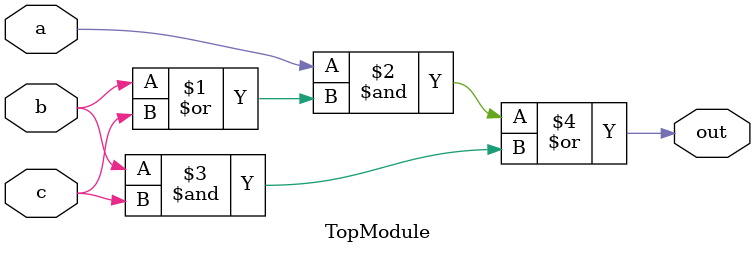
<source format=sv>
module TopModule(
    input logic a,
    input logic b,
    input logic c,
    output logic out
);

    assign out = (a & (b | c)) | (b & c);

endmodule
</source>
